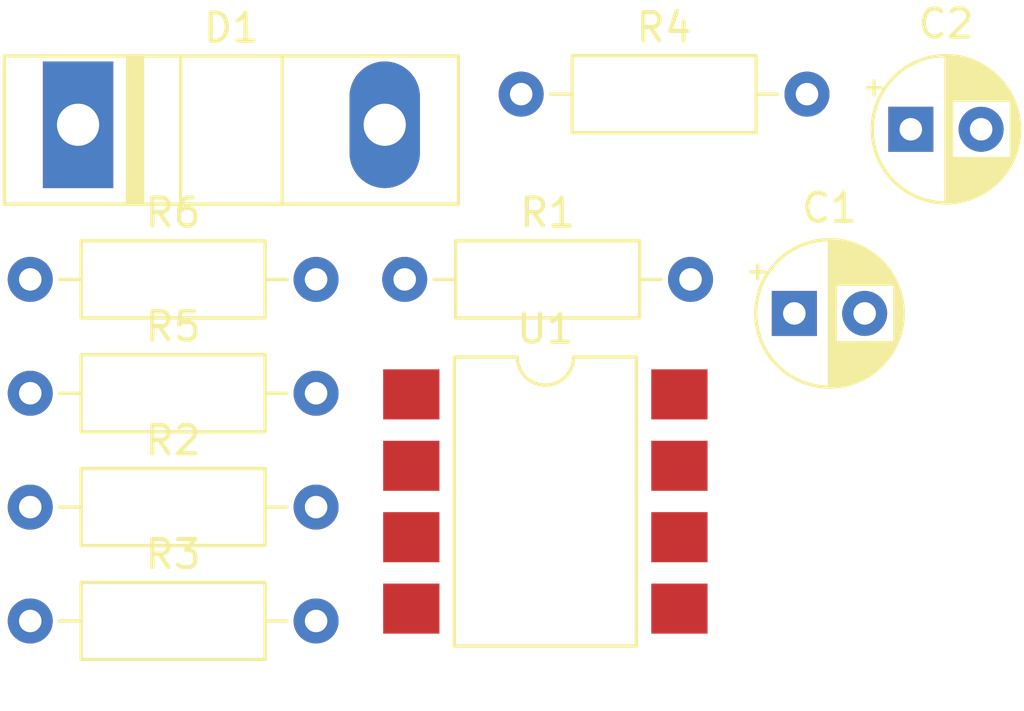
<source format=kicad_pcb>
(kicad_pcb (version 20211014) (generator pcbnew)
  (layers (0 "F.Cu" signal) (31 "B.Cu" signal) (34 "B.Paste" user) (35 "F.Paste" user) (36 "B.SilkS" user "B.Silkscreen") (37 "F.SilkS" user "F.Silkscreen") (38 "B.Mask" user) (39 "F.Mask" user) (44 "Edge.Cuts" user))
  (net 0 "")
  (net 2 "Net-(D1-Pad1)")
  (net 3 "Net-(D1-Pad2)")
  (net 4 "GNDPWR")
  (net 5 "Net-(U1-Pad1)")
  (net 6 "Net-(R3-Pad1)")
  (net 7 "Net-(R4-Pad1)")
  (net 8 "Net-(U1-Pad7)")
  (net 9 "GND")
  (net 10 "+5V")
  (footprint "Package_DIP:SMDIP-8_W9.53mm" (layer "F.Cu") (at 725.210225 199.73)
    (fp_text reference "U1" (at 0 -6.14) (layer "F.SilkS"))
    (fp_text value "LM358")
    (fp_line (start 3.235 5.14) (end 3.235 -5.14) (layer "F.SilkS") (width 0.12))
    (fp_line (start -3.235 5.14) (end 3.235 5.14) (layer "F.SilkS") (width 0.12))
    (fp_line (start -1 -5.14) (end -3.235 -5.14) (layer "F.SilkS") (width 0.12))
    (fp_line (start 3.235 -5.14) (end 1 -5.14) (layer "F.SilkS") (width 0.12))
    (fp_line (start -3.235 -5.14) (end -3.235 5.14) (layer "F.SilkS") (width 0.12))
    (fp_arc (start 1 -5.14) (mid 0 -4.14) (end -1 -5.14) (layer "F.SilkS") (width 0.12))
    (pad "1" smd rect locked (at -4.765 -3.81) (size 2 1.78) (layers "F.Cu" "F.Paste" "F.Mask") (net 5 "Net-(U1-Pad1)"))
    (pad "2" smd rect locked (at -4.765 -1.27) (size 2 1.78) (layers "F.Cu" "F.Paste" "F.Mask") (net 6 "Net-(R3-Pad1)"))
    (pad "3" smd rect locked (at -4.765 1.27) (size 2 1.78) (layers "F.Cu" "F.Paste" "F.Mask") (net 3 "Net-(D1-Pad2)"))
    (pad "4" smd rect locked (at -4.765 3.81) (size 2 1.78) (layers "F.Cu" "F.Paste" "F.Mask") (net 9 "GND"))
    (pad "5" smd rect locked (at 4.765 3.81) (size 2 1.78) (layers "F.Cu" "F.Paste" "F.Mask") (net 5 "Net-(U1-Pad1)"))
    (pad "6" smd rect locked (at 4.765 1.27) (size 2 1.78) (layers "F.Cu" "F.Paste" "F.Mask") (net 7 "Net-(R4-Pad1)"))
    (pad "7" smd rect locked (at 4.765 -1.27) (size 2 1.78) (layers "F.Cu" "F.Paste" "F.Mask") (net 8 "Net-(U1-Pad7)"))
    (pad "8" smd rect locked (at 4.765 -3.81) (size 2 1.78) (layers "F.Cu" "F.Paste" "F.Mask") (net 10 "+5V"))
  )
  (footprint "Diode_THT:D_DO-247_Vertical" (layer "F.Cu") (at 708.600225 186.33)
    (fp_text reference "D1" (at 5.45 -3.45) (layer "F.SilkS"))
    (fp_text value "D_Photo")
    (fp_line (start 3.646 -2.451) (end 3.646 2.82) (layer "F.SilkS") (width 0.12))
    (fp_line (start 13.52 -2.451) (end 13.52 2.82) (layer "F.SilkS") (width 0.12))
    (fp_line (start -2.62 2.82) (end 13.52 2.82) (layer "F.SilkS") (width 0.12))
    (fp_line (start 7.255 -2.451) (end 7.255 2.82) (layer "F.SilkS") (width 0.12))
    (fp_line (start -2.62 -2.451) (end -2.62 2.82) (layer "F.SilkS") (width 0.12))
    (fp_line (start -2.62 -2.451) (end 13.52 -2.451) (layer "F.SilkS") (width 0.12))
    (fp_poly (pts (xy 2.3 2.8) (xy 1.75 2.8) (xy 1.75 -2.45) (xy 2.3 -2.45)) (layer "F.SilkS") (width 0.1) (fill solid))
    (pad "1" thru_hole rect locked (at 0 0) (size 2.5 4.5) (drill 1.5) (layers *.Cu *.Mask) (net 2 "Net-(D1-Pad1)"))
    (pad "2" thru_hole oval locked (at 10.9 0) (size 2.5 4.5) (drill 1.5) (layers *.Cu *.Mask) (net 3 "Net-(D1-Pad2)"))
  )
  (footprint "Resistor_THT:R_Axial_DIN0207_L6.3mm_D2.5mm_P10.16mm_Horizontal" (layer "F.Cu") (at 720.210225 191.83)
    (fp_text reference "R1" (at 5.08 -2.37) (layer "F.SilkS"))
    (fp_text value "300 Ω")
    (fp_line (start 1.81 1.37) (end 8.35 1.37) (layer "F.SilkS") (width 0.12))
    (fp_line (start 9.12 0) (end 8.35 0) (layer "F.SilkS") (width 0.12))
    (fp_line (start 1.81 -1.37) (end 1.81 1.37) (layer "F.SilkS") (width 0.12))
    (fp_line (start 8.35 1.37) (end 8.35 -1.37) (layer "F.SilkS") (width 0.12))
    (fp_line (start 8.35 -1.37) (end 1.81 -1.37) (layer "F.SilkS") (width 0.12))
    (fp_line (start 1.04 0) (end 1.81 0) (layer "F.SilkS") (width 0.12))
    (pad "1" thru_hole circle locked (at 0 0) (size 1.6 1.6) (drill 0.8) (layers *.Cu *.Mask))
    (pad "2" thru_hole oval locked (at 10.16 0) (size 1.6 1.6) (drill 0.8) (layers *.Cu *.Mask) (net 7 "Net-(R4-Pad1)"))
  )
  (footprint "Resistor_THT:R_Axial_DIN0207_L6.3mm_D2.5mm_P10.16mm_Horizontal" (layer "F.Cu") (at 724.350225 185.24)
    (fp_text reference "R4" (at 5.08 -2.37) (layer "F.SilkS"))
    (fp_text value "300 Ω")
    (fp_line (start 1.04 0) (end 1.81 0) (layer "F.SilkS") (width 0.12))
    (fp_line (start 8.35 1.37) (end 8.35 -1.37) (layer "F.SilkS") (width 0.12))
    (fp_line (start 9.12 0) (end 8.35 0) (layer "F.SilkS") (width 0.12))
    (fp_line (start 1.81 1.37) (end 8.35 1.37) (layer "F.SilkS") (width 0.12))
    (fp_line (start 8.35 -1.37) (end 1.81 -1.37) (layer "F.SilkS") (width 0.12))
    (fp_line (start 1.81 -1.37) (end 1.81 1.37) (layer "F.SilkS") (width 0.12))
    (pad "1" thru_hole circle locked (at 0 0) (size 1.6 1.6) (drill 0.8) (layers *.Cu *.Mask) (net 7 "Net-(R4-Pad1)"))
    (pad "2" thru_hole oval locked (at 10.16 0) (size 1.6 1.6) (drill 0.8) (layers *.Cu *.Mask) (net 4 "GNDPWR"))
  )
  (footprint "Resistor_THT:R_Axial_DIN0207_L6.3mm_D2.5mm_P10.16mm_Horizontal" (layer "F.Cu") (at 706.900225 199.93)
    (fp_text reference "R2" (at 5.08 -2.37) (layer "F.SilkS"))
    (fp_text value "100kΩ")
    (fp_line (start 1.04 0) (end 1.81 0) (layer "F.SilkS") (width 0.12))
    (fp_line (start 9.12 0) (end 8.35 0) (layer "F.SilkS") (width 0.12))
    (fp_line (start 8.35 1.37) (end 8.35 -1.37) (layer "F.SilkS") (width 0.12))
    (fp_line (start 8.35 -1.37) (end 1.81 -1.37) (layer "F.SilkS") (width 0.12))
    (fp_line (start 1.81 -1.37) (end 1.81 1.37) (layer "F.SilkS") (width 0.12))
    (fp_line (start 1.81 1.37) (end 8.35 1.37) (layer "F.SilkS") (width 0.12))
    (pad "1" thru_hole circle locked (at 0 0) (size 1.6 1.6) (drill 0.8) (layers *.Cu *.Mask) (net 7 "Net-(R4-Pad1)"))
    (pad "2" thru_hole oval locked (at 10.16 0) (size 1.6 1.6) (drill 0.8) (layers *.Cu *.Mask) (net 8 "Net-(U1-Pad7)"))
  )
  (footprint "Resistor_THT:R_Axial_DIN0207_L6.3mm_D2.5mm_P10.16mm_Horizontal" (layer "F.Cu") (at 706.900225 203.98)
    (fp_text reference "R3" (at 5.08 -2.37) (layer "F.SilkS"))
    (fp_text value "300 Ω")
    (fp_line (start 8.35 1.37) (end 8.35 -1.37) (layer "F.SilkS") (width 0.12))
    (fp_line (start 9.12 0) (end 8.35 0) (layer "F.SilkS") (width 0.12))
    (fp_line (start 1.81 1.37) (end 8.35 1.37) (layer "F.SilkS") (width 0.12))
    (fp_line (start 8.35 -1.37) (end 1.81 -1.37) (layer "F.SilkS") (width 0.12))
    (fp_line (start 1.04 0) (end 1.81 0) (layer "F.SilkS") (width 0.12))
    (fp_line (start 1.81 -1.37) (end 1.81 1.37) (layer "F.SilkS") (width 0.12))
    (pad "1" thru_hole circle locked (at 0 0) (size 1.6 1.6) (drill 0.8) (layers *.Cu *.Mask) (net 6 "Net-(R3-Pad1)"))
    (pad "2" thru_hole oval locked (at 10.16 0) (size 1.6 1.6) (drill 0.8) (layers *.Cu *.Mask) (net 4 "GNDPWR"))
  )
  (footprint "Resistor_THT:R_Axial_DIN0207_L6.3mm_D2.5mm_P10.16mm_Horizontal" (layer "F.Cu") (at 706.900225 191.83)
    (fp_text reference "R6" (at 5.08 -2.37) (layer "F.SilkS"))
    (fp_text value "68k Ω")
    (fp_line (start 9.12 0) (end 8.35 0) (layer "F.SilkS") (width 0.12))
    (fp_line (start 1.81 -1.37) (end 1.81 1.37) (layer "F.SilkS") (width 0.12))
    (fp_line (start 8.35 1.37) (end 8.35 -1.37) (layer "F.SilkS") (width 0.12))
    (fp_line (start 8.35 -1.37) (end 1.81 -1.37) (layer "F.SilkS") (width 0.12))
    (fp_line (start 1.04 0) (end 1.81 0) (layer "F.SilkS") (width 0.12))
    (fp_line (start 1.81 1.37) (end 8.35 1.37) (layer "F.SilkS") (width 0.12))
    (pad "1" thru_hole circle locked (at 0 0) (size 1.6 1.6) (drill 0.8) (layers *.Cu *.Mask) (net 6 "Net-(R3-Pad1)"))
    (pad "2" thru_hole oval locked (at 10.16 0) (size 1.6 1.6) (drill 0.8) (layers *.Cu *.Mask) (net 5 "Net-(U1-Pad1)"))
  )
  (footprint "Resistor_THT:R_Axial_DIN0207_L6.3mm_D2.5mm_P10.16mm_Horizontal" (layer "F.Cu") (at 706.900225 195.88)
    (fp_text reference "R5" (at 5.08 -2.37) (layer "F.SilkS"))
    (fp_text value "100kΩ")
    (fp_line (start 8.35 -1.37) (end 1.81 -1.37) (layer "F.SilkS") (width 0.12))
    (fp_line (start 8.35 1.37) (end 8.35 -1.37) (layer "F.SilkS") (width 0.12))
    (fp_line (start 1.81 1.37) (end 8.35 1.37) (layer "F.SilkS") (width 0.12))
    (fp_line (start 9.12 0) (end 8.35 0) (layer "F.SilkS") (width 0.12))
    (fp_line (start 1.81 -1.37) (end 1.81 1.37) (layer "F.SilkS") (width 0.12))
    (fp_line (start 1.04 0) (end 1.81 0) (layer "F.SilkS") (width 0.12))
    (pad "1" thru_hole circle locked (at 0 0) (size 1.6 1.6) (drill 0.8) (layers *.Cu *.Mask) (net 3 "Net-(D1-Pad2)"))
    (pad "2" thru_hole oval locked (at 10.16 0) (size 1.6 1.6) (drill 0.8) (layers *.Cu *.Mask) (net 4 "GNDPWR"))
  )
  (footprint "Capacitor_THT:CP_Radial_D5.0mm_P2.50mm" (layer "F.Cu") (at 738.2 186.49)
    (fp_text reference "C2" (at 1.25 -3.75) (layer "F.SilkS"))
    (fp_text value "2.2 μF")
    (fp_line (start 3.251 -1.653) (end 3.251 -1.04) (layer "F.SilkS") (width 0.12))
    (fp_line (start 2.691 -2.149) (end 2.691 -1.04) (layer "F.SilkS") (width 0.12))
    (fp_line (start 3.051 -1.864) (end 3.051 -1.04) (layer "F.SilkS") (width 0.12))
    (fp_line (start 3.451 1.04) (end 3.451 1.383) (layer "F.SilkS") (width 0.12))
    (fp_line (start 2.651 -2.175) (end 2.651 -1.04) (layer "F.SilkS") (width 0.12))
    (fp_line (start 3.131 -1.785) (end 3.131 -1.04) (layer "F.SilkS") (width 0.12))
    (fp_line (start 1.89 1.04) (end 1.89 2.501) (layer "F.SilkS") (width 0.12))
    (fp_line (start 2.571 1.04) (end 2.571 2.224) (layer "F.SilkS") (width 0.12))
    (fp_line (start 3.291 -1.605) (end 3.291 -1.04) (layer "F.SilkS") (width 0.12))
    (fp_line (start 3.291 1.04) (end 3.291 1.605) (layer "F.SilkS") (width 0.12))
    (fp_line (start 3.451 -1.383) (end 3.451 -1.04) (layer "F.SilkS") (width 0.12))
    (fp_line (start 1.53 1.04) (end 1.53 2.565) (layer "F.SilkS") (width 0.12))
    (fp_line (start 2.731 -2.122) (end 2.731 -1.04) (layer "F.SilkS") (width 0.12))
    (fp_line (start 1.89 -2.501) (end 1.89 -1.04) (layer "F.SilkS") (width 0.12))
    (fp_line (start 2.451 -2.29) (end 2.451 -1.04) (layer "F.SilkS") (width 0.12))
    (fp_line (start 2.611 1.04) (end 2.611 2.2) (layer "F.SilkS") (width 0.12))
    (fp_line (start 2.891 -2.004) (end 2.891 -1.04) (layer "F.SilkS") (width 0.12))
    (fp_line (start 2.211 1.04) (end 2.211 2.398) (layer "F.SilkS") (width 0.12))
    (fp_line (start 1.33 -2.579) (end 1.33 2.579) (layer "F.SilkS") (width 0.12))
    (fp_line (start 3.411 -1.443) (end 3.411 -1.04) (layer "F.SilkS") (width 0.12))
    (fp_line (start 1.81 1.04) (end 1.81 2.52) (layer "F.SilkS") (width 0.12))
    (fp_line (start 3.011 -1.901) (end 3.011 -1.04) (layer "F.SilkS") (width 0.12))
    (fp_line (start 2.091 -2.442) (end 2.091 -1.04) (layer "F.SilkS") (width 0.12))
    (fp_line (start 3.211 1.04) (end 3.211 1.699) (layer "F.SilkS") (width 0.12))
    (fp_line (start 3.531 1.04) (end 3.531 1.251) (layer "F.SilkS") (width 0.12))
    (fp_line (start 3.411 1.04) (end 3.411 1.443) (layer "F.SilkS") (width 0.12))
    (fp_line (start 1.85 1.04) (end 1.85 2.511) (layer "F.SilkS") (width 0.12))
    (fp_line (start 1.85 -2.511) (end 1.85 -1.04) (layer "F.SilkS") (width 0.12))
    (fp_line (start 2.211 -2.398) (end 2.211 -1.04) (layer "F.SilkS") (width 0.12))
    (fp_line (start 1.57 -2.561) (end 1.57 -1.04) (layer "F.SilkS") (width 0.12))
    (fp_line (start 1.53 -2.565) (end 1.53 -1.04) (layer "F.SilkS") (width 0.12))
    (fp_line (start 1.29 -2.58) (end 1.29 2.58) (layer "F.SilkS") (width 0.12))
    (fp_line (start 2.491 -2.268) (end 2.491 -1.04) (layer "F.SilkS") (width 0.12))
    (fp_line (start 1.61 -2.556) (end 1.61 -1.04) (layer "F.SilkS") (width 0.12))
    (fp_line (start 3.051 1.04) (end 3.051 1.864) (layer "F.SilkS") (width 0.12))
    (fp_line (start 3.011 1.04) (end 3.011 1.901) (layer "F.SilkS") (width 0.12))
    (fp_line (start 2.851 1.04) (end 2.851 2.035) (layer "F.SilkS") (width 0.12))
    (fp_line (start 2.171 -2.414) (end 2.171 -1.04) (layer "F.SilkS") (width 0.12))
    (fp_line (start 1.93 1.04) (end 1.93 2.491) (layer "F.SilkS") (width 0.12))
    (fp_line (start 2.691 1.04) (end 2.691 2.149) (layer "F.SilkS") (width 0.12))
    (fp_line (start 3.171 -1.743) (end 3.171 -1.04) (layer "F.SilkS") (width 0.12))
    (fp_line (start 3.811 -0.518) (end 3.811 0.518) (layer "F.SilkS") (width 0.12))
    (fp_line (start -1.304775 -1.725) (end -1.304775 -1.225) (layer "F.SilkS") (width 0.12))
    (fp_line (start 1.61 1.04) (end 1.61 2.556) (layer "F.SilkS") (width 0.12))
    (fp_line (start 1.41 -2.576) (end 1.41 2.576) (layer "F.SilkS") (width 0.12))
    (fp_line (start 3.531 -1.251) (end 3.531 -1.04) (layer "F.SilkS") (width 0.12))
    (fp_line (start 2.571 -2.224) (end 2.571 -1.04) (layer "F.SilkS") (width 0.12))
    (fp_line (start 1.37 -2.578) (end 1.37 2.578) (layer "F.SilkS") (width 0.12))
    (fp_line (start 3.131 1.04) (end 3.131 1.785) (layer "F.SilkS") (width 0.12))
    (fp_line (start 2.971 1.04) (end 2.971 1.937) (layer "F.SilkS") (width 0.12))
    (fp_line (start 2.051 -2.455) (end 2.051 -1.04) (layer "F.SilkS") (width 0.12))
    (fp_line (start 1.73 1.04) (end 1.73 2.536) (layer "F.SilkS") (width 0.12))
    (fp_line (start 3.691 -0.915) (end 3.691 0.915) (layer "F.SilkS") (width 0.12))
    (fp_line (start 2.651 1.04) (end 2.651 2.175) (layer "F.SilkS") (width 0.12))
    (fp_line (start 2.291 -2.365) (end 2.291 -1.04) (layer "F.SilkS") (width 0.12))
    (fp_line (start 2.131 1.04) (end 2.131 2.428) (layer "F.SilkS") (width 0.12))
    (fp_line (start 3.771 -0.677) (end 3.771 0.677) (layer "F.SilkS") (width 0.12))
    (fp_line (start 2.531 1.04) (end 2.531 2.247) (layer "F.SilkS") (width 0.12))
    (fp_line (start 2.811 1.04) (end 2.811 2.065) (layer "F.SilkS") (width 0.12))
    (fp_line (start 1.93 -2.491) (end 1.93 -1.04) (layer "F.SilkS") (width 0.12))
    (fp_line (start 2.131 -2.428) (end 2.131 -1.04) (layer "F.SilkS") (width 0.12))
    (fp_line (start 2.891 1.04) (end 2.891 2.004) (layer "F.SilkS") (width 0.12))
    (fp_line (start 2.331 -2.348) (end 2.331 -1.04) (layer "F.SilkS") (width 0.12))
    (fp_line (start 2.811 -2.065) (end 2.811 -1.04) (layer "F.SilkS") (width 0.12))
    (fp_line (start 3.571 -1.178) (end 3.571 1.178) (layer "F.SilkS") (width 0.12))
    (fp_line (start 2.411 -2.31) (end 2.411 -1.04) (layer "F.SilkS") (width 0.12))
    (fp_line (start 2.851 -2.035) (end 2.851 -1.04) (layer "F.SilkS") (width 0.12))
    (fp_line (start 3.251 1.04) (end 3.251 1.653) (layer "F.SilkS") (width 0.12))
    (fp_line (start 1.45 -2.573) (end 1.45 2.573) (layer "F.SilkS") (width 0.12))
    (fp_line (start 2.011 -2.468) (end 2.011 -1.04) (layer "F.SilkS") (width 0.12))
    (fp_line (start 3.371 -1.5) (end 3.371 -1.04) (layer "F.SilkS") (width 0.12))
    (fp_line (start 3.331 1.04) (end 3.331 1.554) (layer "F.SilkS") (width 0.12))
    (fp_line (start 1.57 1.04) (end 1.57 2.561) (layer "F.SilkS") (width 0.12))
    (fp_line (start 2.491 1.04) (end 2.491 2.268) (layer "F.SilkS") (width 0.12))
    (fp_line (start 2.251 -2.382) (end 2.251 -1.04) (layer "F.SilkS") (width 0.12))
    (fp_line (start 1.65 -2.55) (end 1.65 -1.04) (layer "F.SilkS") (width 0.12))
    (fp_line (start 3.731 -0.805) (end 3.731 0.805) (layer "F.SilkS") (width 0.12))
    (fp_line (start 3.091 -1.826) (end 3.091 -1.04) (layer "F.SilkS") (width 0.12))
    (fp_line (start 2.771 1.04) (end 2.771 2.095) (layer "F.SilkS") (width 0.12))
    (fp_line (start 3.491 -1.319) (end 3.491 -1.04) (layer "F.SilkS") (width 0.12))
    (fp_line (start 3.611 -1.098) (end 3.611 1.098) (layer "F.SilkS") (width 0.12))
    (fp_line (start 2.931 -1.971) (end 2.931 -1.04) (layer "F.SilkS") (width 0.12))
    (fp_line (start 2.411 1.04) (end 2.411 2.31) (layer "F.SilkS") (width 0.12))
    (fp_line (start 2.331 1.04) (end 2.331 2.348) (layer "F.SilkS") (width 0.12))
    (fp_line (start 2.371 1.04) (end 2.371 2.329) (layer "F.SilkS") (width 0.12))
    (fp_line (start 2.011 1.04) (end 2.011 2.468) (layer "F.SilkS") (width 0.12))
    (fp_line (start 2.091 1.04) (end 2.091 2.442) (layer "F.SilkS") (width 0.12))
    (fp_line (start 2.611 -2.2) (end 2.611 -1.04) (layer "F.SilkS") (width 0.12))
    (fp_line (start 3.651 -1.011) (end 3.651 1.011) (layer "F.SilkS") (width 0.12))
    (fp_line (start 2.051 1.04) (end 2.051 2.455) (layer "F.SilkS") (width 0.12))
    (fp_line (start 1.77 1.04) (end 1.77 2.528) (layer "F.SilkS") (width 0.12))
    (fp_line (start 2.291 1.04) (end 2.291 2.365) (layer "F.SilkS") (width 0.12))
    (fp_line (start 1.49 1.04) (end 1.49 2.569) (layer "F.SilkS") (width 0.12))
    (fp_line (start 3.371 1.04) (end 3.371 1.5) (layer "F.SilkS") (width 0.12))
    (fp_line (start 2.971 -1.937) (end 2.971 -1.04) (layer "F.SilkS") (width 0.12))
    (fp_line (start -1.554775 -1.475) (end -1.054775 -1.475) (layer "F.SilkS") (width 0.12))
    (fp_line (start 3.851 -0.284) (end 3.851 0.284) (layer "F.SilkS") (width 0.12))
    (fp_line (start 1.81 -2.52) (end 1.81 -1.04) (layer "F.SilkS") (width 0.12))
    (fp_line (start 2.451 1.04) (end 2.451 2.29) (layer "F.SilkS") (width 0.12))
    (fp_line (start 2.371 -2.329) (end 2.371 -1.04) (layer "F.SilkS") (width 0.12))
    (fp_line (start 1.971 -2.48) (end 1.971 -1.04) (layer "F.SilkS") (width 0.12))
    (fp_line (start 3.331 -1.554) (end 3.331 -1.04) (layer "F.SilkS") (width 0.12))
    (fp_line (start 1.69 -2.543) (end 1.69 -1.04) (layer "F.SilkS") (width 0.12))
    (fp_line (start 1.49 -2.569) (end 1.49 -1.04) (layer "F.SilkS") (width 0.12))
    (fp_line (start 2.251 1.04) (end 2.251 2.382) (layer "F.SilkS") (width 0.12))
    (fp_line (start 2.771 -2.095) (end 2.771 -1.04) (layer "F.SilkS") (width 0.12))
    (fp_line (start 1.971 1.04) (end 1.971 2.48) (layer "F.SilkS") (width 0.12))
    (fp_line (start 1.69 1.04) (end 1.69 2.543) (layer "F.SilkS") (width 0.12))
    (fp_line (start 3.211 -1.699) (end 3.211 -1.04) (layer "F.SilkS") (width 0.12))
    (fp_line (start 2.931 1.04) (end 2.931 1.971) (layer "F.SilkS") (width 0.12))
    (fp_line (start 2.731 1.04) (end 2.731 2.122) (layer "F.SilkS") (width 0.12))
    (fp_line (start 1.65 1.04) (end 1.65 2.55) (layer "F.SilkS") (width 0.12))
    (fp_line (start 3.171 1.04) (end 3.171 1.743) (layer "F.SilkS") (width 0.12))
    (fp_line (start 1.25 -2.58) (end 1.25 2.58) (layer "F.SilkS") (width 0.12))
    (fp_line (start 3.491 1.04) (end 3.491 1.319) (layer "F.SilkS") (width 0.12))
    (fp_line (start 2.531 -2.247) (end 2.531 -1.04) (layer "F.SilkS") (width 0.12))
    (fp_line (start 1.77 -2.528) (end 1.77 -1.04) (layer "F.SilkS") (width 0.12))
    (fp_line (start 2.171 1.04) (end 2.171 2.414) (layer "F.SilkS") (width 0.12))
    (fp_line (start 3.091 1.04) (end 3.091 1.826) (layer "F.SilkS") (width 0.12))
    (fp_line (start 1.73 -2.536) (end 1.73 -1.04) (layer "F.SilkS") (width 0.12))
    (fp_circle (center 1.25 0) (end 3.87 0) (layer "F.SilkS") (width 0.12) (fill none))
    (pad "1" thru_hole rect locked (at 0 0) (size 1.6 1.6) (drill 0.8) (layers *.Cu *.Mask) (net 7 "Net-(R4-Pad1)"))
    (pad "2" thru_hole circle locked (at 2.5 0) (size 1.6 1.6) (drill 0.8) (layers *.Cu *.Mask) (net 8 "Net-(U1-Pad7)"))
  )
  (footprint "Capacitor_THT:CP_Radial_D5.0mm_P2.50mm" (layer "F.Cu") (at 734.06 193.04)
    (fp_text reference "C1" (at 1.25 -3.75) (layer "F.SilkS"))
    (fp_text value "1 μF")
    (fp_line (start 3.491 1.04) (end 3.491 1.319) (layer "F.SilkS") (width 0.12))
    (fp_line (start 2.011 1.04) (end 2.011 2.468) (layer "F.SilkS") (width 0.12))
    (fp_line (start 2.451 -2.29) (end 2.451 -1.04) (layer "F.SilkS") (width 0.12))
    (fp_line (start 3.011 -1.901) (end 3.011 -1.04) (layer "F.SilkS") (width 0.12))
    (fp_line (start 1.971 -2.48) (end 1.971 -1.04) (layer "F.SilkS") (width 0.12))
    (fp_line (start 3.051 -1.864) (end 3.051 -1.04) (layer "F.SilkS") (width 0.12))
    (fp_line (start 2.131 1.04) (end 2.131 2.428) (layer "F.SilkS") (width 0.12))
    (fp_line (start 3.051 1.04) (end 3.051 1.864) (layer "F.SilkS") (width 0.12))
    (fp_line (start 3.011 1.04) (end 3.011 1.901) (layer "F.SilkS") (width 0.12))
    (fp_line (start 1.93 1.04) (end 1.93 2.491) (layer "F.SilkS") (width 0.12))
    (fp_line (start 2.531 -2.247) (end 2.531 -1.04) (layer "F.SilkS") (width 0.12))
    (fp_line (start 1.61 1.04) (end 1.61 2.556) (layer "F.SilkS") (width 0.12))
    (fp_line (start 1.61 -2.556) (end 1.61 -1.04) (layer "F.SilkS") (width 0.12))
    (fp_line (start 2.811 -2.065) (end 2.811 -1.04) (layer "F.SilkS") (width 0.12))
    (fp_line (start 2.491 -2.268) (end 2.491 -1.04) (layer "F.SilkS") (width 0.12))
    (fp_line (start 3.531 -1.251) (end 3.531 -1.04) (layer "F.SilkS") (width 0.12))
    (fp_line (start 1.65 -2.55) (end 1.65 -1.04) (layer "F.SilkS") (width 0.12))
    (fp_line (start 1.971 1.04) (end 1.971 2.48) (layer "F.SilkS") (width 0.12))
    (fp_line (start 2.811 1.04) (end 2.811 2.065) (layer "F.SilkS") (width 0.12))
    (fp_line (start 2.051 1.04) (end 2.051 2.455) (layer "F.SilkS") (width 0.12))
    (fp_line (start 2.051 -2.455) (end 2.051 -1.04) (layer "F.SilkS") (width 0.12))
    (fp_line (start 2.251 -2.382) (end 2.251 -1.04) (layer "F.SilkS") (width 0.12))
    (fp_line (start 2.171 1.04) (end 2.171 2.414) (layer "F.SilkS") (width 0.12))
    (fp_line (start 3.371 1.04) (end 3.371 1.5) (layer "F.SilkS") (width 0.12))
    (fp_line (start 2.371 1.04) (end 2.371 2.329) (layer "F.SilkS") (width 0.12))
    (fp_line (start 2.691 1.04) (end 2.691 2.149) (layer "F.SilkS") (width 0.12))
    (fp_line (start 2.691 -2.149) (end 2.691 -1.04) (layer "F.SilkS") (width 0.12))
    (fp_line (start 2.251 1.04) (end 2.251 2.382) (layer "F.SilkS") (width 0.12))
    (fp_line (start 1.93 -2.491) (end 1.93 -1.04) (layer "F.SilkS") (width 0.12))
    (fp_line (start 1.37 -2.578) (end 1.37 2.578) (layer "F.SilkS") (width 0.12))
    (fp_line (start 3.251 1.04) (end 3.251 1.653) (layer "F.SilkS") (width 0.12))
    (fp_line (start 3.131 -1.785) (end 3.131 -1.04) (layer "F.SilkS") (width 0.12))
    (fp_line (start 2.731 -2.122) (end 2.731 -1.04) (layer "F.SilkS") (width 0.12))
    (fp_line (start 1.77 -2.528) (end 1.77 -1.04) (layer "F.SilkS") (width 0.12))
    (fp_line (start 1.65 1.04) (end 1.65 2.55) (layer "F.SilkS") (width 0.12))
    (fp_line (start 2.891 1.04) (end 2.891 2.004) (layer "F.SilkS") (width 0.12))
    (fp_line (start 2.611 1.04) (end 2.611 2.2) (layer "F.SilkS") (width 0.12))
    (fp_line (start 2.571 -2.224) (end 2.571 -1.04) (layer "F.SilkS") (width 0.12))
    (fp_line (start 2.171 -2.414) (end 2.171 -1.04) (layer "F.SilkS") (width 0.12))
    (fp_line (start 1.69 -2.543) (end 1.69 -1.04) (layer "F.SilkS") (width 0.12))
    (fp_line (start 1.73 1.04) (end 1.73 2.536) (layer "F.SilkS") (width 0.12))
    (fp_line (start 3.731 -0.805) (end 3.731 0.805) (layer "F.SilkS") (width 0.12))
    (fp_line (start 1.85 -2.511) (end 1.85 -1.04) (layer "F.SilkS") (width 0.12))
    (fp_line (start 1.81 -2.52) (end 1.81 -1.04) (layer "F.SilkS") (width 0.12))
    (fp_line (start 2.731 1.04) (end 2.731 2.122) (layer "F.SilkS") (width 0.12))
    (fp_line (start 3.811 -0.518) (end 3.811 0.518) (layer "F.SilkS") (width 0.12))
    (fp_line (start 2.571 1.04) (end 2.571 2.224) (layer "F.SilkS") (width 0.12))
    (fp_line (start 1.73 -2.536) (end 1.73 -1.04) (layer "F.SilkS") (width 0.12))
    (fp_line (start 3.091 -1.826) (end 3.091 -1.04) (layer "F.SilkS") (width 0.12))
    (fp_line (start 3.571 -1.178) (end 3.571 1.178) (layer "F.SilkS") (width 0.12))
    (fp_line (start 2.931 1.04) (end 2.931 1.971) (layer "F.SilkS") (width 0.12))
    (fp_line (start 3.371 -1.5) (end 3.371 -1.04) (layer "F.SilkS") (width 0.12))
    (fp_line (start 1.57 -2.561) (end 1.57 -1.04) (layer "F.SilkS") (width 0.12))
    (fp_line (start 3.171 1.04) (end 3.171 1.743) (layer "F.SilkS") (width 0.12))
    (fp_line (start 1.89 -2.501) (end 1.89 -1.04) (layer "F.SilkS") (width 0.12))
    (fp_line (start 3.531 1.04) (end 3.531 1.251) (layer "F.SilkS") (width 0.12))
    (fp_line (start 2.891 -2.004) (end 2.891 -1.04) (layer "F.SilkS") (width 0.12))
    (fp_line (start 2.851 1.04) (end 2.851 2.035) (layer "F.SilkS") (width 0.12))
    (fp_line (start 3.651 -1.011) (end 3.651 1.011) (layer "F.SilkS") (width 0.12))
    (fp_line (start 2.091 -2.442) (end 2.091 -1.04) (layer "F.SilkS") (width 0.12))
    (fp_line (start 1.77 1.04) (end 1.77 2.528) (layer "F.SilkS") (width 0.12))
    (fp_line (start 2.371 -2.329) (end 2.371 -1.04) (layer "F.SilkS") (width 0.12))
    (fp_line (start 3.771 -0.677) (end 3.771 0.677) (layer "F.SilkS") (width 0.12))
    (fp_line (start 2.971 -1.937) (end 2.971 -1.04) (layer "F.SilkS") (width 0.12))
    (fp_line (start 2.771 1.04) (end 2.771 2.095) (layer "F.SilkS") (width 0.12))
    (fp_line (start 2.131 -2.428) (end 2.131 -1.04) (layer "F.SilkS") (width 0.12))
    (fp_line (start 3.691 -0.915) (end 3.691 0.915) (layer "F.SilkS") (width 0.12))
    (fp_line (start 3.091 1.04) (end 3.091 1.826) (layer "F.SilkS") (width 0.12))
    (fp_line (start 1.49 1.04) (end 1.49 2.569) (layer "F.SilkS") (width 0.12))
    (fp_line (start 2.011 -2.468) (end 2.011 -1.04) (layer "F.SilkS") (width 0.12))
    (fp_line (start 2.411 -2.31) (end 2.411 -1.04) (layer "F.SilkS") (width 0.12))
    (fp_line (start 2.411 1.04) (end 2.411 2.31) (layer "F.SilkS") (width 0.12))
    (fp_line (start 1.89 1.04) (end 1.89 2.501) (layer "F.SilkS") (width 0.12))
    (fp_line (start 3.451 -1.383) (end 3.451 -1.04) (layer "F.SilkS") (width 0.12))
    (fp_line (start 2.771 -2.095) (end 2.771 -1.04) (layer "F.SilkS") (width 0.12))
    (fp_line (start 2.491 1.04) (end 2.491 2.268) (layer "F.SilkS") (width 0.12))
    (fp_line (start 3.211 -1.699) (end 3.211 -1.04) (layer "F.SilkS") (width 0.12))
    (fp_line (start 3.251 -1.653) (end 3.251 -1.04) (layer "F.SilkS") (width 0.12))
    (fp_line (start 2.931 -1.971) (end 2.931 -1.04) (layer "F.SilkS") (width 0.12))
    (fp_line (start 2.851 -2.035) (end 2.851 -1.04) (layer "F.SilkS") (width 0.12))
    (fp_line (start 2.971 1.04) (end 2.971 1.937) (layer "F.SilkS") (width 0.12))
    (fp_line (start 2.651 1.04) (end 2.651 2.175) (layer "F.SilkS") (width 0.12))
    (fp_line (start 3.331 -1.554) (end 3.331 -1.04) (layer "F.SilkS") (width 0.12))
    (fp_line (start 2.211 1.04) (end 2.211 2.398) (layer "F.SilkS") (width 0.12))
    (fp_line (start 3.131 1.04) (end 3.131 1.785) (layer "F.SilkS") (width 0.12))
    (fp_line (start -1.304775 -1.725) (end -1.304775 -1.225) (layer "F.SilkS") (width 0.12))
    (fp_line (start 1.49 -2.569) (end 1.49 -1.04) (layer "F.SilkS") (width 0.12))
    (fp_line (start 2.331 -2.348) (end 2.331 -1.04) (layer "F.SilkS") (width 0.12))
    (fp_line (start 3.411 -1.443) (end 3.411 -1.04) (layer "F.SilkS") (width 0.12))
    (fp_line (start 2.611 -2.2) (end 2.611 -1.04) (layer "F.SilkS") (width 0.12))
    (fp_line (start 1.53 1.04) (end 1.53 2.565) (layer "F.SilkS") (width 0.12))
    (fp_line (start 1.45 -2.573) (end 1.45 2.573) (layer "F.SilkS") (width 0.12))
    (fp_line (start 3.611 -1.098) (end 3.611 1.098) (layer "F.SilkS") (width 0.12))
    (fp_line (start 2.531 1.04) (end 2.531 2.247) (layer "F.SilkS") (width 0.12))
    (fp_line (start 2.651 -2.175) (end 2.651 -1.04) (layer "F.SilkS") (width 0.12))
    (fp_line (start 2.291 1.04) (end 2.291 2.365) (layer "F.SilkS") (width 0.12))
    (fp_line (start 1.57 1.04) (end 1.57 2.561) (layer "F.SilkS") (width 0.12))
    (fp_line (start 1.69 1.04) (end 1.69 2.543) (layer "F.SilkS") (width 0.12))
    (fp_line (start 3.411 1.04) (end 3.411 1.443) (layer "F.SilkS") (width 0.12))
    (fp_line (start 1.41 -2.576) (end 1.41 2.576) (layer "F.SilkS") (width 0.12))
    (fp_line (start 3.211 1.04) (end 3.211 1.699) (layer "F.SilkS") (width 0.12))
    (fp_line (start 1.33 -2.579) (end 1.33 2.579) (layer "F.SilkS") (width 0.12))
    (fp_line (start 1.53 -2.565) (end 1.53 -1.04) (layer "F.SilkS") (width 0.12))
    (fp_line (start 3.291 -1.605) (end 3.291 -1.04) (layer "F.SilkS") (width 0.12))
    (fp_line (start 3.491 -1.319) (end 3.491 -1.04) (layer "F.SilkS") (width 0.12))
    (fp_line (start 1.81 1.04) (end 1.81 2.52) (layer "F.SilkS") (width 0.12))
    (fp_line (start 1.25 -2.58) (end 1.25 2.58) (layer "F.SilkS") (width 0.12))
    (fp_line (start 3.171 -1.743) (end 3.171 -1.04) (layer "F.SilkS") (width 0.12))
    (fp_line (start 2.451 1.04) (end 2.451 2.29) (layer "F.SilkS") (width 0.12))
    (fp_line (start 1.85 1.04) (end 1.85 2.511) (layer "F.SilkS") (width 0.12))
    (fp_line (start 3.451 1.04) (end 3.451 1.383) (layer "F.SilkS") (width 0.12))
    (fp_line (start -1.554775 -1.475) (end -1.054775 -1.475) (layer "F.SilkS") (width 0.12))
    (fp_line (start 2.211 -2.398) (end 2.211 -1.04) (layer "F.SilkS") (width 0.12))
    (fp_line (start 3.291 1.04) (end 3.291 1.605) (layer "F.SilkS") (width 0.12))
    (fp_line (start 1.29 -2.58) (end 1.29 2.58) (layer "F.SilkS") (width 0.12))
    (fp_line (start 2.331 1.04) (end 2.331 2.348) (layer "F.SilkS") (width 0.12))
    (fp_line (start 2.091 1.04) (end 2.091 2.442) (layer "F.SilkS") (width 0.12))
    (fp_line (start 2.291 -2.365) (end 2.291 -1.04) (layer "F.SilkS") (width 0.12))
    (fp_line (start 3.331 1.04) (end 3.331 1.554) (layer "F.SilkS") (width 0.12))
    (fp_line (start 3.851 -0.284) (end 3.851 0.284) (layer "F.SilkS") (width 0.12))
    (fp_circle (center 1.25 0) (end 3.87 0) (layer "F.SilkS") (width 0.12) (fill none))
    (pad "1" thru_hole rect locked (at 0 0) (size 1.6 1.6) (drill 0.8) (layers *.Cu *.Mask) (net 5 "Net-(U1-Pad1)"))
    (pad "2" thru_hole circle locked (at 2.5 0) (size 1.6 1.6) (drill 0.8) (layers *.Cu *.Mask) (net 6 "Net-(R3-Pad1)"))
  )
)
</source>
